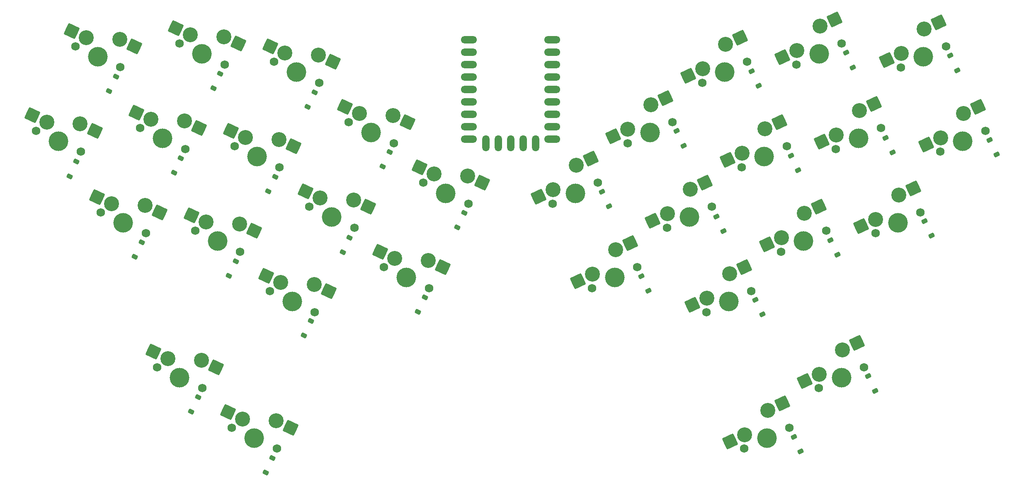
<source format=gbs>
G04 #@! TF.GenerationSoftware,KiCad,Pcbnew,7.0.1*
G04 #@! TF.CreationDate,2024-05-26T16:47:26-04:00*
G04 #@! TF.ProjectId,30,33302e6b-6963-4616-945f-706362585858,rev?*
G04 #@! TF.SameCoordinates,Original*
G04 #@! TF.FileFunction,Soldermask,Bot*
G04 #@! TF.FilePolarity,Negative*
%FSLAX46Y46*%
G04 Gerber Fmt 4.6, Leading zero omitted, Abs format (unit mm)*
G04 Created by KiCad (PCBNEW 7.0.1) date 2024-05-26 16:47:26*
%MOMM*%
%LPD*%
G01*
G04 APERTURE LIST*
G04 Aperture macros list*
%AMRoundRect*
0 Rectangle with rounded corners*
0 $1 Rounding radius*
0 $2 $3 $4 $5 $6 $7 $8 $9 X,Y pos of 4 corners*
0 Add a 4 corners polygon primitive as box body*
4,1,4,$2,$3,$4,$5,$6,$7,$8,$9,$2,$3,0*
0 Add four circle primitives for the rounded corners*
1,1,$1+$1,$2,$3*
1,1,$1+$1,$4,$5*
1,1,$1+$1,$6,$7*
1,1,$1+$1,$8,$9*
0 Add four rect primitives between the rounded corners*
20,1,$1+$1,$2,$3,$4,$5,0*
20,1,$1+$1,$4,$5,$6,$7,0*
20,1,$1+$1,$6,$7,$8,$9,0*
20,1,$1+$1,$8,$9,$2,$3,0*%
G04 Aperture macros list end*
%ADD10O,3.290000X1.500000*%
%ADD11O,1.500000X3.290000*%
%ADD12C,3.050000*%
%ADD13RoundRect,0.250000X-0.506347X-1.339492X1.351584X-0.473124X0.506347X1.339492X-1.351584X0.473124X0*%
%ADD14C,4.000000*%
%ADD15C,1.750000*%
%ADD16RoundRect,0.250000X-1.351584X-0.473124X0.506347X-1.339492X1.351584X0.473124X-0.506347X1.339492X0*%
%ADD17RoundRect,0.225000X0.434955X-0.045437X0.244776X0.362401X-0.434955X0.045437X-0.244776X-0.362401X0*%
%ADD18RoundRect,0.225000X0.244776X-0.362401X0.434955X0.045437X-0.244776X0.362401X-0.434955X-0.045437X0*%
G04 APERTURE END LIST*
D10*
X113659000Y-34798000D03*
X113659000Y-37338000D03*
X113659000Y-39878000D03*
X113659000Y-42418000D03*
X113659000Y-44958000D03*
X113659000Y-47498000D03*
X113659000Y-50038000D03*
X113659000Y-52578000D03*
X113659000Y-55118000D03*
D11*
X117094000Y-56013000D03*
X119634000Y-56013000D03*
X122174000Y-56013000D03*
X124714000Y-56013000D03*
X127254000Y-56013000D03*
D10*
X130689000Y-55118000D03*
X130689000Y-52578000D03*
X130689000Y-50038000D03*
X130689000Y-47498000D03*
X130689000Y-44958000D03*
X130689000Y-42418000D03*
X130689000Y-39878000D03*
X130689000Y-37338000D03*
X130689000Y-34798000D03*
D12*
X185214903Y-103195514D03*
X189896507Y-98209866D03*
D13*
X182246745Y-104579589D03*
X192889135Y-96814381D03*
D14*
X189741386Y-103887360D03*
D15*
X185137342Y-106034261D03*
X194345430Y-101740459D03*
D12*
X169962459Y-115562683D03*
X174644063Y-110577035D03*
D13*
X166994301Y-116946758D03*
X177636691Y-109181550D03*
D14*
X174488942Y-116254529D03*
D15*
X169884898Y-118401430D03*
X179092986Y-114107628D03*
D12*
X67439305Y-112340022D03*
X74267810Y-112721626D03*
D16*
X64471147Y-110955947D03*
X77260438Y-114117111D03*
D14*
X69818887Y-116252219D03*
D15*
X65214843Y-114105318D03*
X74422931Y-118399120D03*
D12*
X52186861Y-99972853D03*
X59015366Y-100354457D03*
D16*
X49218703Y-98588778D03*
X62007994Y-101749942D03*
D14*
X54566443Y-103885050D03*
D15*
X49962399Y-101738149D03*
X59170487Y-106031951D03*
D12*
X196732760Y-71550462D03*
X201414364Y-66564814D03*
D13*
X193764602Y-72934537D03*
X204406992Y-65169329D03*
D14*
X201259243Y-72242308D03*
D15*
X196655199Y-74389209D03*
X205863287Y-70095407D03*
D12*
X177454877Y-75285049D03*
X182136481Y-70299401D03*
D13*
X174486719Y-76669124D03*
X185129109Y-68903916D03*
D14*
X181981360Y-75976895D03*
D15*
X177377316Y-78123796D03*
X186585404Y-73829994D03*
D12*
X162202433Y-87652218D03*
X166884037Y-82666570D03*
D13*
X159234275Y-89036293D03*
X169876665Y-81271085D03*
D14*
X166728916Y-88344064D03*
D15*
X162124872Y-90490965D03*
X171332960Y-86197163D03*
D12*
X75199331Y-84429557D03*
X82027836Y-84811161D03*
D16*
X72231173Y-83045482D03*
X85020464Y-86206646D03*
D14*
X77578913Y-88341754D03*
D15*
X72974869Y-86194853D03*
X82182957Y-90488655D03*
D12*
X59946887Y-72062388D03*
X66775392Y-72443992D03*
D16*
X56978729Y-70678313D03*
X69768020Y-73839477D03*
D14*
X62326469Y-75974585D03*
D15*
X57722425Y-73827684D03*
X66930513Y-78121486D03*
D12*
X40669004Y-68327801D03*
X47497509Y-68709405D03*
D16*
X37700846Y-66943726D03*
X50490137Y-70104890D03*
D14*
X43048586Y-72239998D03*
D15*
X38444542Y-70093097D03*
X47652630Y-74386899D03*
D12*
X209972484Y-54867003D03*
X214654088Y-49881355D03*
D13*
X207004326Y-56251078D03*
X217646716Y-48485870D03*
D14*
X214498967Y-55558849D03*
D15*
X209894923Y-57705750D03*
X219103011Y-53411948D03*
D12*
X188681882Y-54285299D03*
X193363486Y-49299651D03*
D13*
X185713724Y-55669374D03*
X196356114Y-47904166D03*
D14*
X193208365Y-54977145D03*
D15*
X188604321Y-57124046D03*
X197812409Y-52830244D03*
D12*
X169403999Y-58019886D03*
X174085603Y-53034238D03*
D13*
X166435841Y-59403961D03*
X177078231Y-51638753D03*
D14*
X173930482Y-58711732D03*
D15*
X169326438Y-60858633D03*
X178534526Y-56564831D03*
D12*
X154151555Y-70387055D03*
X158833159Y-65401407D03*
D13*
X151183397Y-71771130D03*
X161825787Y-64005922D03*
D14*
X158678038Y-71078901D03*
D15*
X154073994Y-73225802D03*
X163282082Y-68932000D03*
D12*
X138899111Y-82754224D03*
X143580715Y-77768576D03*
D13*
X135930953Y-84138299D03*
X146573343Y-76373091D03*
D14*
X143425594Y-83446070D03*
D15*
X138821550Y-85592971D03*
X148029638Y-81299169D03*
D12*
X98502653Y-79531563D03*
X105331158Y-79913167D03*
D16*
X95534495Y-78147488D03*
X108323786Y-81308652D03*
D14*
X100882235Y-83443760D03*
D15*
X96278191Y-81296859D03*
X105486279Y-85590661D03*
D12*
X83250209Y-67164394D03*
X90078714Y-67545998D03*
D16*
X80282051Y-65780319D03*
X93071342Y-68941483D03*
D14*
X85629791Y-71076591D03*
D15*
X81025747Y-68929690D03*
X90233835Y-73223492D03*
D12*
X67997765Y-54797225D03*
X74826270Y-55178829D03*
D16*
X65029607Y-53413150D03*
X77818898Y-56574314D03*
D14*
X70377347Y-58709422D03*
D15*
X65773303Y-56562521D03*
X74981391Y-60856323D03*
D12*
X48719882Y-51062638D03*
X55548387Y-51444242D03*
D16*
X45751724Y-49678563D03*
X58541015Y-52839727D03*
D14*
X51099464Y-54974835D03*
D15*
X46495420Y-52827934D03*
X55703508Y-57121736D03*
D12*
X27429280Y-51644342D03*
X34257785Y-52025946D03*
D16*
X24461122Y-50260267D03*
X37250413Y-53421431D03*
D14*
X29808862Y-55556539D03*
D15*
X25204818Y-53409638D03*
X34412906Y-57703440D03*
D12*
X201921606Y-37601839D03*
X206603210Y-32616191D03*
D13*
X198953448Y-38985914D03*
X209595838Y-31220706D03*
D14*
X206448089Y-38293685D03*
D15*
X201844045Y-40440586D03*
X211052133Y-36146784D03*
D12*
X180631004Y-37020136D03*
X185312608Y-32034488D03*
D13*
X177662846Y-38404211D03*
X188305236Y-30639003D03*
D14*
X185157487Y-37711982D03*
D15*
X180553443Y-39858883D03*
X189761531Y-35565081D03*
D12*
X161353121Y-40754723D03*
X166034725Y-35769075D03*
D13*
X158384963Y-42138798D03*
X169027353Y-34373590D03*
D14*
X165879604Y-41446569D03*
D15*
X161275560Y-43593470D03*
X170483648Y-39299668D03*
D12*
X146100677Y-53121891D03*
X150782281Y-48136243D03*
D13*
X143132519Y-54505966D03*
X153774909Y-46740758D03*
D14*
X150627160Y-53813737D03*
D15*
X146023116Y-55960638D03*
X155231204Y-51666836D03*
D12*
X130848233Y-65489060D03*
X135529837Y-60503412D03*
D13*
X127880075Y-66873135D03*
X138522465Y-59107927D03*
D14*
X135374716Y-66180906D03*
D15*
X130770672Y-68327807D03*
X139978760Y-64034005D03*
D12*
X106553531Y-62266399D03*
X113382036Y-62648003D03*
D16*
X103585373Y-60882324D03*
X116374664Y-64043488D03*
D14*
X108933113Y-66178596D03*
D15*
X104329069Y-64031695D03*
X113537157Y-68325497D03*
D12*
X91301087Y-49899230D03*
X98129592Y-50280834D03*
D16*
X88332929Y-48515155D03*
X101122220Y-51676319D03*
D14*
X93680669Y-53811427D03*
D15*
X89076625Y-51664526D03*
X98284713Y-55958328D03*
D12*
X76048643Y-37532062D03*
X82877148Y-37913666D03*
D16*
X73080485Y-36147987D03*
X85869776Y-39309151D03*
D14*
X78428225Y-41444259D03*
D15*
X73824181Y-39297358D03*
X83032269Y-43591160D03*
D12*
X56770760Y-33797475D03*
X63599265Y-34179079D03*
D16*
X53802602Y-32413400D03*
X66591893Y-35574564D03*
D14*
X59150342Y-37709672D03*
D15*
X54546298Y-35562771D03*
X63754386Y-39856573D03*
D12*
X35480158Y-34379178D03*
X42308663Y-34760782D03*
D16*
X32512000Y-32995103D03*
X45301291Y-36156267D03*
D14*
X37859740Y-38291375D03*
D15*
X33255696Y-36144474D03*
X42463784Y-40438276D03*
D17*
X196599252Y-106573799D03*
X195204612Y-103582983D03*
X181373645Y-118998518D03*
X179979005Y-116007702D03*
D18*
X72142271Y-123290010D03*
X73536911Y-120299194D03*
X56916664Y-110865290D03*
X58311304Y-107874474D03*
D17*
X208090273Y-74871197D03*
X206695633Y-71880381D03*
X188892899Y-78778435D03*
X187498259Y-75787619D03*
X173559946Y-90972952D03*
X172165306Y-87982136D03*
D18*
X79955970Y-95264444D03*
X81350610Y-92273628D03*
X64623017Y-83069927D03*
X66017657Y-80079111D03*
X45425643Y-79162688D03*
X46820283Y-76171872D03*
D17*
X221383670Y-58302838D03*
X219989030Y-55312022D03*
X200146740Y-57836235D03*
X198752100Y-54845419D03*
X180842021Y-61513272D03*
X179447381Y-58522456D03*
X165616413Y-73937991D03*
X164221773Y-70947175D03*
X150283461Y-86132508D03*
X148888821Y-83141692D03*
D18*
X103232455Y-90424000D03*
X104627095Y-87433184D03*
X87899503Y-78229483D03*
X89294143Y-75238667D03*
X72673895Y-65804764D03*
X74068535Y-62813948D03*
X53422426Y-62013532D03*
X54817066Y-59022716D03*
X32078996Y-62708524D03*
X33473636Y-59717708D03*
D17*
X213332792Y-41037675D03*
X211938152Y-38046859D03*
X192042612Y-40456877D03*
X190647972Y-37466061D03*
X172791143Y-44248109D03*
X171396503Y-41257293D03*
X157458190Y-56442626D03*
X156063550Y-53451810D03*
X140837943Y-65876529D03*
X142232583Y-68867345D03*
D18*
X111283333Y-73158837D03*
X112677973Y-70168021D03*
X96057726Y-60734117D03*
X97452366Y-57743301D03*
X80724773Y-48539600D03*
X82119413Y-45548784D03*
X61473304Y-44748369D03*
X62867944Y-41757553D03*
X40183124Y-45329166D03*
X41577764Y-42338350D03*
M02*

</source>
